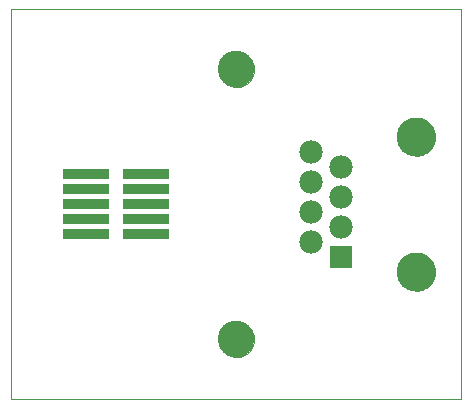
<source format=gts>
G75*
G70*
%OFA0B0*%
%FSLAX24Y24*%
%IPPOS*%
%LPD*%
%AMOC8*
5,1,8,0,0,1.08239X$1,22.5*
%
%ADD10C,0.0000*%
%ADD11C,0.0780*%
%ADD12R,0.0780X0.0780*%
%ADD13C,0.1300*%
%ADD14C,0.1221*%
%ADD15R,0.1540X0.0330*%
D10*
X000100Y000100D02*
X000100Y013100D01*
X015100Y013100D01*
X015100Y000100D01*
X000100Y000100D01*
X007009Y002100D02*
X007011Y002148D01*
X007017Y002196D01*
X007027Y002243D01*
X007040Y002289D01*
X007058Y002334D01*
X007078Y002378D01*
X007103Y002420D01*
X007131Y002459D01*
X007161Y002496D01*
X007195Y002530D01*
X007232Y002562D01*
X007270Y002591D01*
X007311Y002616D01*
X007354Y002638D01*
X007399Y002656D01*
X007445Y002670D01*
X007492Y002681D01*
X007540Y002688D01*
X007588Y002691D01*
X007636Y002690D01*
X007684Y002685D01*
X007732Y002676D01*
X007778Y002664D01*
X007823Y002647D01*
X007867Y002627D01*
X007909Y002604D01*
X007949Y002577D01*
X007987Y002547D01*
X008022Y002514D01*
X008054Y002478D01*
X008084Y002440D01*
X008110Y002399D01*
X008132Y002356D01*
X008152Y002312D01*
X008167Y002267D01*
X008179Y002220D01*
X008187Y002172D01*
X008191Y002124D01*
X008191Y002076D01*
X008187Y002028D01*
X008179Y001980D01*
X008167Y001933D01*
X008152Y001888D01*
X008132Y001844D01*
X008110Y001801D01*
X008084Y001760D01*
X008054Y001722D01*
X008022Y001686D01*
X007987Y001653D01*
X007949Y001623D01*
X007909Y001596D01*
X007867Y001573D01*
X007823Y001553D01*
X007778Y001536D01*
X007732Y001524D01*
X007684Y001515D01*
X007636Y001510D01*
X007588Y001509D01*
X007540Y001512D01*
X007492Y001519D01*
X007445Y001530D01*
X007399Y001544D01*
X007354Y001562D01*
X007311Y001584D01*
X007270Y001609D01*
X007232Y001638D01*
X007195Y001670D01*
X007161Y001704D01*
X007131Y001741D01*
X007103Y001780D01*
X007078Y001822D01*
X007058Y001866D01*
X007040Y001911D01*
X007027Y001957D01*
X007017Y002004D01*
X007011Y002052D01*
X007009Y002100D01*
X012970Y004350D02*
X012972Y004400D01*
X012978Y004450D01*
X012988Y004499D01*
X013002Y004547D01*
X013019Y004594D01*
X013040Y004639D01*
X013065Y004683D01*
X013093Y004724D01*
X013125Y004763D01*
X013159Y004800D01*
X013196Y004834D01*
X013236Y004864D01*
X013278Y004891D01*
X013322Y004915D01*
X013368Y004936D01*
X013415Y004952D01*
X013463Y004965D01*
X013513Y004974D01*
X013562Y004979D01*
X013613Y004980D01*
X013663Y004977D01*
X013712Y004970D01*
X013761Y004959D01*
X013809Y004944D01*
X013855Y004926D01*
X013900Y004904D01*
X013943Y004878D01*
X013984Y004849D01*
X014023Y004817D01*
X014059Y004782D01*
X014091Y004744D01*
X014121Y004704D01*
X014148Y004661D01*
X014171Y004617D01*
X014190Y004571D01*
X014206Y004523D01*
X014218Y004474D01*
X014226Y004425D01*
X014230Y004375D01*
X014230Y004325D01*
X014226Y004275D01*
X014218Y004226D01*
X014206Y004177D01*
X014190Y004129D01*
X014171Y004083D01*
X014148Y004039D01*
X014121Y003996D01*
X014091Y003956D01*
X014059Y003918D01*
X014023Y003883D01*
X013984Y003851D01*
X013943Y003822D01*
X013900Y003796D01*
X013855Y003774D01*
X013809Y003756D01*
X013761Y003741D01*
X013712Y003730D01*
X013663Y003723D01*
X013613Y003720D01*
X013562Y003721D01*
X013513Y003726D01*
X013463Y003735D01*
X013415Y003748D01*
X013368Y003764D01*
X013322Y003785D01*
X013278Y003809D01*
X013236Y003836D01*
X013196Y003866D01*
X013159Y003900D01*
X013125Y003937D01*
X013093Y003976D01*
X013065Y004017D01*
X013040Y004061D01*
X013019Y004106D01*
X013002Y004153D01*
X012988Y004201D01*
X012978Y004250D01*
X012972Y004300D01*
X012970Y004350D01*
X012970Y008850D02*
X012972Y008900D01*
X012978Y008950D01*
X012988Y008999D01*
X013002Y009047D01*
X013019Y009094D01*
X013040Y009139D01*
X013065Y009183D01*
X013093Y009224D01*
X013125Y009263D01*
X013159Y009300D01*
X013196Y009334D01*
X013236Y009364D01*
X013278Y009391D01*
X013322Y009415D01*
X013368Y009436D01*
X013415Y009452D01*
X013463Y009465D01*
X013513Y009474D01*
X013562Y009479D01*
X013613Y009480D01*
X013663Y009477D01*
X013712Y009470D01*
X013761Y009459D01*
X013809Y009444D01*
X013855Y009426D01*
X013900Y009404D01*
X013943Y009378D01*
X013984Y009349D01*
X014023Y009317D01*
X014059Y009282D01*
X014091Y009244D01*
X014121Y009204D01*
X014148Y009161D01*
X014171Y009117D01*
X014190Y009071D01*
X014206Y009023D01*
X014218Y008974D01*
X014226Y008925D01*
X014230Y008875D01*
X014230Y008825D01*
X014226Y008775D01*
X014218Y008726D01*
X014206Y008677D01*
X014190Y008629D01*
X014171Y008583D01*
X014148Y008539D01*
X014121Y008496D01*
X014091Y008456D01*
X014059Y008418D01*
X014023Y008383D01*
X013984Y008351D01*
X013943Y008322D01*
X013900Y008296D01*
X013855Y008274D01*
X013809Y008256D01*
X013761Y008241D01*
X013712Y008230D01*
X013663Y008223D01*
X013613Y008220D01*
X013562Y008221D01*
X013513Y008226D01*
X013463Y008235D01*
X013415Y008248D01*
X013368Y008264D01*
X013322Y008285D01*
X013278Y008309D01*
X013236Y008336D01*
X013196Y008366D01*
X013159Y008400D01*
X013125Y008437D01*
X013093Y008476D01*
X013065Y008517D01*
X013040Y008561D01*
X013019Y008606D01*
X013002Y008653D01*
X012988Y008701D01*
X012978Y008750D01*
X012972Y008800D01*
X012970Y008850D01*
X007009Y011100D02*
X007011Y011148D01*
X007017Y011196D01*
X007027Y011243D01*
X007040Y011289D01*
X007058Y011334D01*
X007078Y011378D01*
X007103Y011420D01*
X007131Y011459D01*
X007161Y011496D01*
X007195Y011530D01*
X007232Y011562D01*
X007270Y011591D01*
X007311Y011616D01*
X007354Y011638D01*
X007399Y011656D01*
X007445Y011670D01*
X007492Y011681D01*
X007540Y011688D01*
X007588Y011691D01*
X007636Y011690D01*
X007684Y011685D01*
X007732Y011676D01*
X007778Y011664D01*
X007823Y011647D01*
X007867Y011627D01*
X007909Y011604D01*
X007949Y011577D01*
X007987Y011547D01*
X008022Y011514D01*
X008054Y011478D01*
X008084Y011440D01*
X008110Y011399D01*
X008132Y011356D01*
X008152Y011312D01*
X008167Y011267D01*
X008179Y011220D01*
X008187Y011172D01*
X008191Y011124D01*
X008191Y011076D01*
X008187Y011028D01*
X008179Y010980D01*
X008167Y010933D01*
X008152Y010888D01*
X008132Y010844D01*
X008110Y010801D01*
X008084Y010760D01*
X008054Y010722D01*
X008022Y010686D01*
X007987Y010653D01*
X007949Y010623D01*
X007909Y010596D01*
X007867Y010573D01*
X007823Y010553D01*
X007778Y010536D01*
X007732Y010524D01*
X007684Y010515D01*
X007636Y010510D01*
X007588Y010509D01*
X007540Y010512D01*
X007492Y010519D01*
X007445Y010530D01*
X007399Y010544D01*
X007354Y010562D01*
X007311Y010584D01*
X007270Y010609D01*
X007232Y010638D01*
X007195Y010670D01*
X007161Y010704D01*
X007131Y010741D01*
X007103Y010780D01*
X007078Y010822D01*
X007058Y010866D01*
X007040Y010911D01*
X007027Y010957D01*
X007017Y011004D01*
X007011Y011052D01*
X007009Y011100D01*
D11*
X010100Y008350D03*
X011100Y007850D03*
X010100Y007350D03*
X011100Y006850D03*
X010100Y006350D03*
X011100Y005850D03*
X010100Y005350D03*
D12*
X011100Y004850D03*
D13*
X013600Y004350D03*
X013600Y008850D03*
D14*
X007600Y011100D03*
X007600Y002100D03*
D15*
X004600Y005600D03*
X004600Y006100D03*
X004600Y006600D03*
X004600Y007100D03*
X004600Y007600D03*
X002600Y007600D03*
X002600Y007100D03*
X002600Y006600D03*
X002600Y006100D03*
X002600Y005600D03*
M02*

</source>
